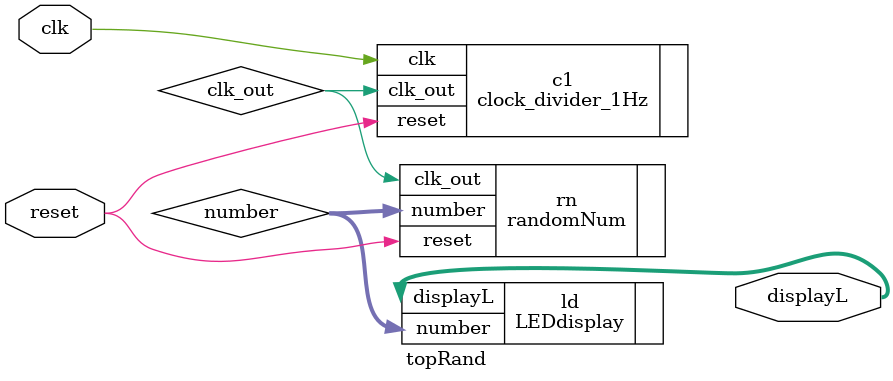
<source format=v>
module topRand(clk, reset, displayL);
input clk, reset;
output [4:0]displayL;

wire clk_out;
wire [2:0]number;

  clock_divider_1Hz c1(.clk(clk), .reset(reset), .clk_out(clk_out));
  randomNum rn(.clk_out(clk_out), .reset(reset), .number(number));
  LEDdisplay ld(.number(number), .displayL(displayL));

endmodule


// I added portings to specify i/p, o/p

</source>
